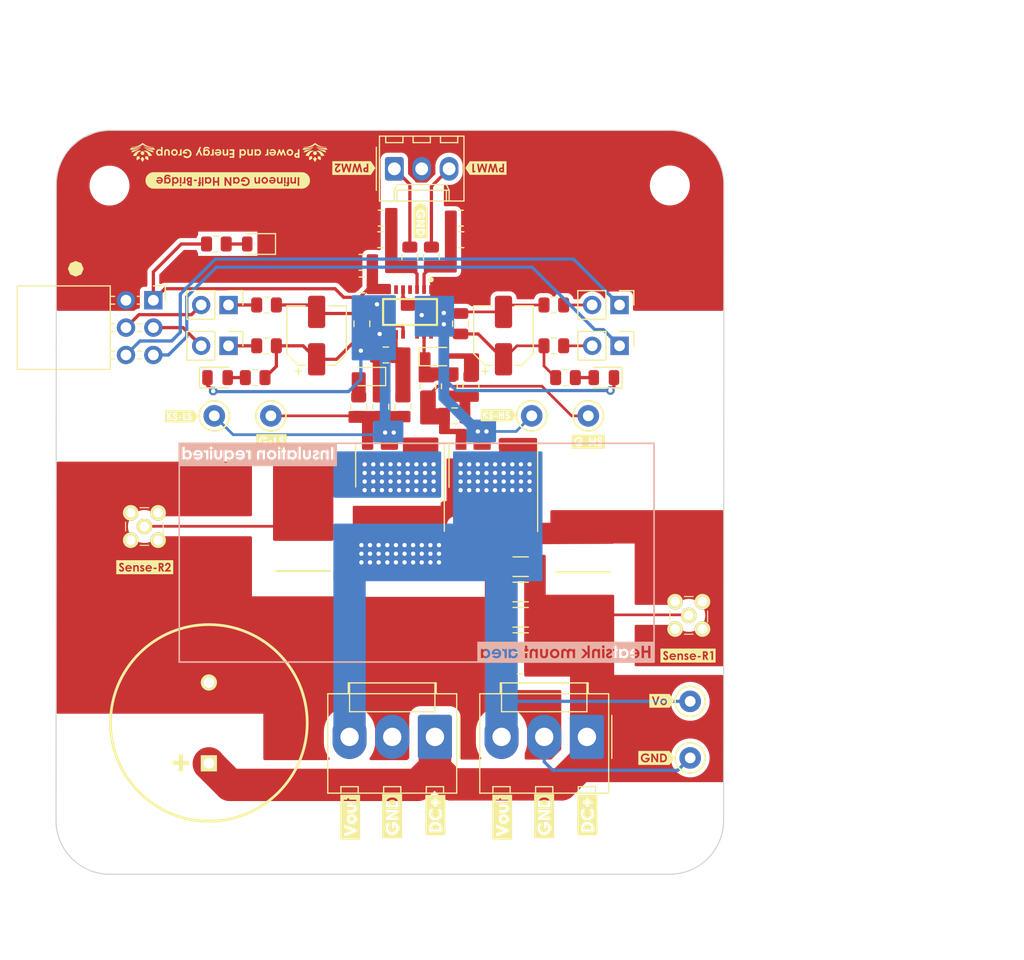
<source format=kicad_pcb>
(kicad_pcb (version 20221018) (generator pcbnew)
  (title_block (comment 4 "AISLER Project ID: ZPYPMIGU"))
  (layers (0 "F.Cu" mixed) (31 "B.Cu" mixed) (34 "B.Paste" user) (35 "F.Paste" user) (36 "B.SilkS" user "B.Silkscreen") (37 "F.SilkS" user "F.Silkscreen") (38 "B.Mask" user) (39 "F.Mask" user) (44 "Edge.Cuts" user))
  (net 0 "")
  (net 1 "GND")
  (net 2 "+3.3V")
  (net 3 "VCCA")
  (net 4 "VCCB")
  (net 5 "GND1")
  (net 6 "LED1")
  (net 7 "Net-(C5-Pad1)")
  (net 8 "Net-(D2-K)")
  (net 9 "GND2")
  (net 10 "OUTA")
  (net 11 "GND3")
  (net 12 "Net-(Q1-G)")
  (net 13 "Net-(D1-A)")
  (net 14 "Net-(D2-A)")
  (net 15 "Net-(D5-A)")
  (net 16 "Net-(D6-A)")
  (net 17 "Net-(D7-A)")
  (net 18 "Net-(J8-Pin_2)")
  (net 19 "Net-(J7-Pin_1)")
  (net 20 "HVDC+")
  (net 21 "PWM1")
  (net 22 "PWM2")
  (net 23 "OUTB")
  (net 24 "gnd-1")
  (net 25 "LED2")
  (net 26 "gnd-2")
  (net 27 "Net-(J6-Pin_1)")
  (net 28 "Net-(J5-Pin_2)")
  (net 30 "Net-(J9-Pad2)")
  (net 31 "Net-(J10-Pad1)")
  (net 32 "Net-(J1-Pin_3)")
  (net 33 "Net-(J2-Pin_1)")
  (net 34 "Net-(J2-Pin_3)")
  (net 35 "Net-(Q2-G)")
  (footprint "LED_SMD:LED_0805_2012Metric" (layer "F.Cu") (at 124.525 58.31 180)
    (fp_text reference "D5" hide)
    (fp_text value "LED")
  )
  (footprint "Connector_Molex:Molex_KK-254_AE-6410-03A_1x03_P2.54mm_Vertical" (layer "F.Cu") (at 137.235 51.33)
    (fp_text reference "J2" hide)
    (fp_text value "PWM")
  )
  (footprint "MountingHole:MountingHole_3.2mm_M3" (layer "F.Cu") (at 162.794466 52.874466)
    (fp_text reference "H3" hide)
    (fp_text value "MountingHole")
  )
  (footprint "kibuzzard-63FF1A06" (layer "F.Cu") (at 133.48 51.26 180)
    (fp_text reference "kibuzzard-63FF1A06" hide)
    (fp_text value "G***" hide)
  )
  (footprint "kibuzzard-640A1BC5" (layer "F.Cu") (at 117.48 74.31)
    (fp_text reference "kibuzzard-640A1BC5" hide)
    (fp_text value "G***" hide)
  )
  (footprint "Resistor_SMD:R_0805_2012Metric" (layer "F.Cu") (at 143.405 55.91)
    (fp_text reference "R16" hide)
    (fp_text value "10k")
  )
  (footprint "Connector_PinHeader_2.54mm:PinHeader_1x02_P2.54mm_Vertical" (layer "F.Cu") (at 121.855 67.76 -90)
    (fp_text reference "J6" hide)
    (fp_text value "5V")
  )
  (footprint "EKXL451ELL101MM30S:CAPPRD750W80D1825H3200" (layer "F.Cu") (at 120.03 106.51 90)
    (fp_text reference "C10" hide)
    (fp_text value "100uF/450V" hide)
  )
  (footprint "Resistor_SMD:R_0805_2012Metric" (layer "F.Cu") (at 124.325 70.71)
    (fp_text reference "R12" hide)
    (fp_text value "4.7k")
  )
  (footprint "Capacitor_SMD:CP_Elec_5x5.3" (layer "F.Cu") (at 130.025 66.81 90)
    (fp_text reference "C16" hide)
    (fp_text value "10uF/35V")
  )
  (footprint "2EDF7275K:TFLGA65P500X500X106-14_13N-V" (layer "F.Cu") (at 138.6925 64.62 -90)
    (fp_text reference "IC1" hide)
    (fp_text value "2EDF7275KXUMA1")
  )
  (footprint "kibuzzard-63FF19FC" (layer "F.Cu") (at 145.73 51.26 180)
    (fp_text reference "kibuzzard-63FF19FC" hide)
    (fp_text value "G***" hide)
  )
  (footprint "Resistor_SMD:R_0805_2012Metric" (layer "F.Cu") (at 148.88 97.46 180)
    (fp_text reference "R8" hide)
    (fp_text value "500k")
  )
  (footprint "Capacitor_SMD:C_0805_2012Metric" (layer "F.Cu") (at 134.225 62.11)
    (fp_text reference "C1" hide)
    (fp_text value "100nF")
  )
  (footprint "Capacitor_SMD:C_1206_3216Metric" (layer "F.Cu") (at 148.955 88.26 180)
    (fp_text reference "C9" hide)
    (fp_text value "100nF/450V")
  )
  (footprint "TestPoint:TestPoint_Keystone_5000-5004_Miniature" (layer "F.Cu") (at 149.98 74.26)
    (fp_text reference "TP5" hide)
    (fp_text value "TestPoint_Alt")
  )
  (footprint "kibuzzard-640A15B0" (layer "F.Cu") (at 151.13 111.41 90)
    (fp_text reference "kibuzzard-640A15B0" hide)
    (fp_text value "G***" hide)
  )
  (footprint "MMCX-J-P-H-ST-TH1:MMCXJPHSTTH1" (layer "F.Cu") (at 163.28 91.51)
    (fp_text reference "J9" hide)
    (fp_text value "MMCX-J-P-H-ST-TH1" hide)
  )
  (footprint "Resistor_SMD:R_0805_2012Metric" (layer "F.Cu") (at 125.38 63.97)
    (fp_text reference "FB2" hide)
    (fp_text value "fb")
  )
  (footprint "Resistor_SMD:R_0805_2012Metric" (layer "F.Cu") (at 138.675 59.51 -90)
    (fp_text reference "R13" hide)
    (fp_text value "100")
  )
  (footprint "Resistor_SMD:R_0805_2012Metric" (layer "F.Cu") (at 138.03 73.41 -90)
    (fp_text reference "R1" hide)
    (fp_text value "470")
  )
  (footprint "logo:IITDh logo" (layer "F.Cu") (at 129.88 49.806137 180)
    (fp_text reference "G***" hide)
    (fp_text value "LOGO" hide)
  )
  (footprint "Resistor_SMD:R_0805_2012Metric" (layer "F.Cu") (at 140.3425 71.51 -90)
    (fp_text reference "R3" hide)
    (fp_text value "470")
  )
  (footprint "Capacitor_SMD:C_1206_3216Metric" (layer "F.Cu") (at 148.955 90.61 180)
    (fp_text reference "C8" hide)
    (fp_text value "100nF/450V")
  )
  (footprint "LED_SMD:LED_0805_2012Metric" (layer "F.Cu") (at 156.6725 70.71 180)
    (fp_text reference "D6" hide)
    (fp_text value "LED")
  )
  (footprint "TestPoint:TestPoint_Keystone_5000-5004_Miniature" (layer "F.Cu") (at 164.68 100.76)
    (fp_text reference "TP4" hide)
    (fp_text value "TestPoint_Alt")
  )
  (footprint "Resistor_SMD:R_0805_2012Metric" (layer "F.Cu") (at 120.725 58.31 180)
    (fp_text reference "R10" hide)
    (fp_text value "4.7k")
  )
  (footprint "Package_SON:Infineon_PG-LSON-8-1" (layer "F.Cu") (at 146.42 80.89 90)
    (fp_text reference "Q1" hide)
    (fp_text value "IGLD60R190D1")
  )
  (footprint "Resistor_SMD:R_0805_2012Metric" (layer "F.Cu") (at 142.3425 71.51 -90)
    (fp_text reference "R2" hide)
    (fp_text value "10")
  )
  (footprint "kibuzzard-640A1BB7" (layer "F.Cu") (at 146.88 74.21)
    (fp_text reference "kibuzzard-640A1BB7" hide)
    (fp_text value "G***" hide)
  )
  (footprint "Connector_PinHeader_2.54mm:PinHeader_1x02_P2.54mm_Vertical" (layer "F.Cu") (at 121.855 63.97 -90)
    (fp_text reference "J7" hide)
    (fp_text value "GND")
  )
  (footprint "Resistor_SMD:R_0805_2012Metric" (layer "F.Cu") (at 144.3425 71.51 -90)
    (fp_text reference "R5" hide)
    (fp_text value "5.1")
  )
  (footprint "Capacitor_SMD:C_0805_2012Metric" (layer "F.Cu") (at 143.425 57.91 180)
    (fp_text reference "C14" hide)
    (fp_text value "0.1n")
  )
  (footprint "Resistor_SMD:R_0805_2012Metric" (layer "F.Cu") (at 152.03 63.97)
    (fp_text reference "FB1" hide)
    (fp_text value "fb")
  )
  (footprint "Resistor_SMD:R_0805_2012Metric" (layer "F.Cu") (at 152.03 67.76)
    (fp_text reference "FB4" hide)
    (fp_text value "fb")
  )
  (footprint "Resistor_SMD:R_0805_2012Metric" (layer "F.Cu") (at 135.98 73.41 -90)
    (fp_text reference "R4" hide)
    (fp_text value "10")
  )
  (footprint "Resistor_SMD:R_0805_2012Metric" (layer "F.Cu") (at 153.1125 70.71 180)
    (fp_text reference "R11" hide)
    (fp_text value "4.7k")
  )
  (footprint "kibuzzard-640A15B9" (layer "F.Cu") (at 137.03 111.41 90)
    (fp_text reference "kibuzzard-640A15B9" hide)
    (fp_text value "G***" hide)
  )
  (footprint "Capacitor_SMD:C_0805_2012Metric" (layer "F.Cu") (at 135.955 57.91)
    (fp_text reference "C13" hide)
    (fp_text value "0.1n")
  )
  (footprint "kibuzzard-63FF1A39" (layer "F.Cu") (at 114.08 88.31)
    (fp_text reference "kibuzzard-63FF1A39" hide)
    (fp_text value "G***" hide)
  )
  (footprint "kibuzzard-63EDDA14" (layer "F.Cu") (at 107.68 60.61)
    (fp_text reference "kibuzzard-63EDDA14" hide)
    (fp_text value "G***" hide)
  )
  (footprint "Connector_PinSocket_2.54mm:PinSocket_2x03_P2.54mm_Horizontal" (layer "F.Cu") (at 114.88 63.53)
    (fp_text reference "J4" hide)
    (fp_text value "Conn_02x03_Odd_Even")
  )
  (footprint "Connector_PinHeader_2.54mm:PinHeader_1x02_P2.54mm_Vertical" (layer "F.Cu") (at 158.13 67.76 -90)
    (fp_text reference "J5" hide)
    (fp_text value "5V")
  )
  (footprint "Capacitor_SMD:C_0805_2012Metric" (layer "F.Cu") (at 142.83 74.26 180)
    (fp_text reference "C5" hide)
    (fp_text value "2.2nF")
  )
  (footprint "kibuzzard-640A15A1" (layer "F.Cu") (at 161.53 106.01)
    (fp_text reference "kibuzzard-640A15A1" hide)
    (fp_text value "G***" hide)
  )
  (footprint "kibuzzard-63EE9044" (layer "F.Cu") (at 155.14 111.315 90)
    (fp_text reference "kibuzzard-63EE9044" hide)
    (fp_text value "G***" hide)
  )
  (footprint "kibuzzard-63EE9044" (layer "F.Cu") (at 141.04 111.315 90)
    (fp_text reference "kibuzzard-63EE9044" hide)
    (fp_text value "G***" hide)
  )
  (footprint "footprint:RESC10052X50N" (layer "F.Cu") (at 128.78 88.66 -90)
    (fp_text reference "R9" hide)
    (fp_text value "WSLP3921L1000FEA" hide)
  )
  (footprint "MountingHole:MountingHole_3.2mm_M3" (layer "F.Cu") (at 110.808932 52.888932)
    (fp_text reference "H4" hide)
    (fp_text value "MountingHole")
  )
  (footprint "Package_SON:Infineon_PG-LSON-8-1" (layer "F.Cu") (at 137.76 80.86 90)
    (fp_text reference "Q2" hide)
    (fp_text value "IGLD60R190D1")
  )
  (footprint "Diode_SMD:D_SOD-323" (layer "F.Cu") (at 134.93 70.61 180)
    (fp_text reference "D2" hide)
    (fp_text value "BAT165")
  )
  (footprint "Capacitor_SMD:C_0805_2012Metric" (layer "F.Cu") (at 136.4425 68.61 180)
    (fp_text reference "C4" hide)
    (fp_text value "2.2nF")
  )
  (footprint "Connector_Molex:Molex_KK-396_A-41791-0003_1x03_P3.96mm_Vertical" (layer "F.Cu") (at 141 104.06 180)
    (fp_text reference "J3" hide)
    (fp_text value "HVDC")
  )
  (footprint "kibuzzard-63EDD5C6" (layer "F.Cu") (at 125.83 76.61)
    (fp_text reference "kibuzzard-63EDD5C6" hide)
    (fp_text value "G***" hide)
  )
  (footprint "Resistor_SMD:R_0805_2012Metric" (layer "F.Cu") (at 140.675 59.51 -90)
    (fp_text reference "R14" hide)
    (fp_text value "100")
  )
  (footprint "TestPoint:TestPoint_Keystone_5000-5004_Miniature" (layer "F.Cu") (at 125.78 74.26)
    (fp_text reference "TP2" hide)
    (fp_text value "TestPoint_Alt")
  )
  (footprint "MMCX-J-P-H-ST-TH1:MMCXJPHSTTH1" (layer "F.Cu") (at 112.78 83.26)
    (fp_text reference "J10" hide)
    (fp_text value "MMCX-J-P-H-ST-TH1" hide)
  )
  (footprint "LED_SMD:LED_0805_2012Metric" (layer "F.Cu") (at 120.8375 70.71)
    (fp_text reference "D7" hide)
    (fp_text value "LED")
  )
  (footprint "kibuzzard-63FF19DB" (layer "F.Cu") (at 139.675 56.11 -90)
    (fp_text reference "kibuzzard-63FF19DB" hide)
    (fp_text value "G***" hide)
  )
  (footprint "Resistor_SMD:R_0805_2012Metric" (layer "F.Cu") (at 135.975 55.91 180)
    (fp_text reference "R15" hide)
    (fp_text value "10k")
  )
  (footprint "TestPoint:TestPoint_Keystone_5000-5004_Miniature" (layer "F.Cu") (at 155.23 74.26)
    (fp_text reference "TP1" hide)
    (fp_text value "TestPoint_Alt")
  )
  (footprint "kibuzzard-63EE9091" (layer "F.Cu") (at 133.14 111.515 90)
    (fp_text reference "kibuzzard-63EE9091" hide)
    (fp_text value "G***" hide)
  )
  (footprint "kibuzzard-63EDD5E0" (layer "F.Cu") (at 155.225 76.66)
    (fp_text reference "kibuzzard-63EDD5E0" hide)
    (fp_text value "G***" hide)
  )
  (footprint "Capacitor_SMD:C_1206_3216Metric" (layer "F.Cu") (at 148.955 95.31 180)
    (fp_text reference "C7" hide)
    (fp_text value "100nF/450V")
  )
  (footprint "kibuzzard-63EDD791" (layer "F.Cu") (at 164.48 96.51)
    (fp_text reference "kibuzzard-63EDD791" hide)
    (fp_text value "G***" hide)
  )
  (footprint "kibuzzard-63FF2B27" (layer "F.Cu") (at 117.43 106.46)
    (fp_text reference "kibuzzard-63FF2B27" hide)
    (fp_text value "G***" hide)
  )
  (footprint "footprint:RESC10052X50N" (layer "F.Cu") (at 154.78 88.77 -90)
    (fp_text reference "R7" hide)
    (fp_text value "WSLP3921L1000FEA" hide)
  )
  (footprint "kibuzzard-63EE9091" (layer "F.Cu") (at 147.24 111.515 90)
    (fp_text reference "kibuzzard-63EE9091" hide)
    (fp_text value "G***" hide)
  )
  (footprint "Diode_SMD:D_SOD-323" (layer "F.Cu") (at 141.0475 68.76)
    (fp_text reference "D1" hide)
    (fp_text value "BAT165")
  )
  (footprint "Connector_Molex:Molex_KK-396_A-41791-0003_1x03_P3.96mm_Vertical" (layer "F.Cu") (at 155.1 104.06 180)
    (fp_text reference "J1" hide)
    (fp_text value "HVDC")
  )
  (footprint "MountingHole:MountingHole_3.2mm_M3" (layer "F.Cu") (at 162.78 111.81)
    (fp_text reference "H1" hide)
    (fp_text value "MountingHole")
  )
  (footprint "Capacitor_SMD:C_0805_2012Metric" (layer "F.Cu") (at 134.225 65.71 -90)
    (fp_text reference "C3" hide)
    (fp_text value "1uF")
  )
  (footprint "kibuzzard-640AA4D3" (layer "F.Cu") (at 121.78 52.41 180)
    (fp_text reference "kibuzzard-640AA4D3" hide)
    (fp_text value "G***" hide)
  )
  (footprint "Capacitor_SMD:C_0805_2012Metric" (layer "F.Cu") (at 134.225 60.01)
    (fp_text reference "C11" hide)
    (fp_text value "100nF")
  )
  (footprint "kibuzzard-640AA404" (layer "F.Cu") (at 121.78 49.809999 180)
    (fp_text reference "kibuzzard-640AA404" hide)
    (fp_text value "G***" hide)
  )
  (footprint "Connector_PinHeader_2.54mm:PinHeader_1x02_P2.54mm_Vertical" (layer "F.Cu") (at 158.125 63.97 -90)
    (fp_text reference "J8" hide)
    (fp_text value "GND")
  )
  (footprint "logo:IITDh logo" (layer "F.Cu") (at 113.88 49.806137 180)
    (fp_text reference "G***" hide)
    (fp_text value "LOGO" hide)
  )
  (footprint "TestPoint:TestPoint_Keystone_5000-5004_Miniature" (layer "F.Cu") (at 164.68 106.01)
    (fp_text reference "TP6" hide)
    (fp_text value "TestPoint_Alt")
  )
  (footprint "Resistor_SMD:R_0805_2012Metric" (layer "F.Cu") (at 125.38 67.76 180)
    (fp_text reference "FB3" hide)
    (fp_text value "fb")
  )
  (footprint "Capacitor_SMD:C_0805_2012Metric" (layer "F.Cu") (at 143.375 65.71 -90)
    (fp_text reference "C2" hide)
    (fp_text value "1uF")
  )
  (footprint "TestPoint:TestPoint_Keystone_5000-5004_Miniature" (layer "F.Cu") (at 120.53 74.26)
    (fp_text reference "TP3" hide)
    (fp_text value "TestPoint_Alt")
  )
  (footprint "Capacitor_SMD:CP_Elec_5x5.3" (layer "F.Cu") (at 147.3625 66.81 90)
    (fp_text reference "C15" hide)
    (fp_text value "10uF/35V")
  )
  (footprint "MountingHole:MountingHole_3.2mm_M3" (layer "F.Cu") (at 110.88 111.81)
    (fp_text reference "H2" hide)
    (fp_text value "MountingHole")
  )
  (footprint "kibuzzard-640A14F1" (layer "F.Cu") (at 162.039726 100.71)
    (fp_text reference "kibuzzard-640A14F1" hide)
    (fp_text value "G***" hide)
  )
  (footprint "Capacitor_SMD:C_1206_3216Metric" (layer "F.Cu") (at 148.955 92.96 180)
    (fp_text reference "C6" hide)
    (fp_text value "100nF/450V")
  )
  (footprint "Resistor_SMD:R_0805_2012Metric" (layer "F.Cu") (at 133.93 73.41 -90)
    (fp_text reference "R6" hide)
    (fp_text value "5.1")
  )
  (footprint "kibuzzard-63FF27E9" (layer "B.Cu") (at 153.13 96.16 180)
    (fp_text reference "kibuzzard-63FF27E9" hide)
    (fp_text value "G***" hide)
  )
  (footprint "kibuzzard-63FF2952" (layer "B.Cu") (at 124.58 77.86 180)
    (fp_text reference "kibuzzard-63FF2952" hide)
    (fp_text value "G***" hide)
  )
  (gr_rect (start 117.28 76.81) (end 161.33 97.11) (stroke (width 0.15)) (fill none) (layer "B.SilkS"))
  (gr_line (start 167.78 111.81) (end 167.808932 52.774466) (stroke (width 0.1)) (layer "Edge.Cuts"))
  (gr_line (start 110.88 47.76) (end 162.794466 47.76) (stroke (width 0.1)) (layer "Edge.Cuts"))
  (gr_line (start 105.88 52.76) (end 105.851068 111.81) (stroke (width 0.1)) (layer "Edge.Cuts"))
  (gr_arc (start 110.851068 116.81) (mid 107.315524 115.345544) (end 105.851068 111.81) (stroke (width 0.1)) (layer "Edge.Cuts"))
  (gr_arc (start 105.88 52.76) (mid 107.344466 49.224466) (end 110.88 47.76) (stroke (width 0.1)) (layer "Edge.Cuts"))
  (gr_line (start 110.851068 116.81) (end 162.78 116.81) (stroke (width 0.1)) (layer "Edge.Cuts"))
  (gr_arc (start 167.78 111.81) (mid 166.315544 115.345544) (end 162.78 116.81) (stroke (width 0.1)) (layer "Edge.Cuts"))
  (gr_arc (start 162.794466 47.76) (mid 166.336031 49.232921) (end 167.808932 52.774466) (stroke (width 0.1)) (layer "Edge.Cuts"))
  (segment (start 138.0425 63.5725) (end 138.18 63.71) (width 0.3) (layer "F.Cu") (net 1))
  (segment (start 138.0425 62.545) (end 138.0425 63.5725) (width 0.3) (layer "F.Cu") (net 1))
  (segment (start 131.73 62.46) (end 115.95 62.46) (width 0.3) (layer "F.Cu") (net 2))
  (segment (start 132.53 63.26) (end 131.73 62.46) (width 0.3) (layer "F.Cu") (net 2))
  (segment (start 115.95 62.46) (end 114.88 63.53) (width 0.3) (layer "F.Cu") (net 2))
  (segment (start 114.88 63.53) (end 114.88 60.9) (width 0.3) (layer "F.Cu") (net 2))
  (segment (start 119.8125 58.31) (end 117.47 58.31) (width 0.3) (layer "F.Cu") (net 2))
  (segment (start 114.88 60.9) (end 117.47 58.31) (width 0.3) (layer "F.Cu") (net 2))
  (segment (start 135.175 62.11) (end 134.025 63.26) (width 0.3) (layer "F.Cu") (net 2))
  (segment (start 134.025 63.26) (end 132.53 63.26) (width 0.3) (layer "F.Cu") (net 2))
  (segment (start 156.63 66.26) (end 155.83 66.26) (width 0.3) (layer "B.Cu") (net 3))
  (segment (start 150.03 60.46) (end 120.73 60.46) (width 0.3) (layer "B.Cu") (net 3))
  (segment (start 155.83 66.26) (end 150.03 60.46) (width 0.3) (layer "B.Cu") (net 3))
  (segment (start 158.13 67.76) (end 156.63 66.26) (width 0.3) (layer "B.Cu") (net 3))
  (segment (start 120.73 60.46) (end 117.98 63.21) (width 0.3) (layer "B.Cu") (net 3))
  (segment (start 117.98 66.910001) (end 116.28 68.61) (width 0.3) (layer "B.Cu") (net 3))
  (segment (start 117.98 63.21) (end 117.98 66.910001) (width 0.3) (layer "B.Cu") (net 3))
  (segment (start 116.28 68.61) (end 114.88 68.61) (width 0.3) (layer "B.Cu") (net 3))
  (segment (start 117.625 66.07) (end 119.315 67.76) (width 0.3) (layer "F.Cu") (net 4))
  (segment (start 114.88 66.07) (end 117.625 66.07) (width 0.3) (layer "F.Cu") (net 4))
  (segment (start 113.64 67.31) (end 112.34 68.61) (width 0.3) (layer "B.Cu") (net 5))
  (segment (start 117.38 66.51) (end 116.58 67.31) (width 0.3) (layer "B.Cu") (net 5))
  (segment (start 116.58 67.31) (end 113.64 67.31) (width 0.3) (layer "B.Cu") (net 5))
  (segment (start 153.865 59.71) (end 120.63 59.71) (width 0.3) (layer "B.Cu") (net 5))
  (segment (start 117.38 62.96) (end 117.38 66.51) (width 0.3) (layer "B.Cu") (net 5))
  (segment (start 158.125 63.97) (end 153.865 59.71) (width 0.3) (layer "B.Cu") (net 5))
  (segment (start 120.63 59.71) (end 117.38 62.96) (width 0.3) (layer "B.Cu") (net 5))
  (segment (start 151.1175 67.76) (end 151.1175 69.6275) (width 0.25) (layer "F.Cu") (net 6))
  (segment (start 148.6125 67.76) (end 147.3625 69.01) (width 0.25) (layer "F.Cu") (net 6))
  (segment (start 145.0125 66.66) (end 147.3625 69.01) (width 0.3) (layer "F.Cu") (net 6))
  (segment (start 143.34 66.695) (end 140.6425 66.695) (width 0.3) (layer "F.Cu") (net 6))
  (segment (start 143.375 66.66) (end 145.0125 66.66) (width 0.3) (layer "F.Cu") (net 6))
  (segment (start 151.1175 67.76) (end 148.6125 67.76) (width 0.25) (layer "F.Cu") (net 6))
  (segment (start 143.375 66.66) (end 143.34 66.695) (width 0.3) (layer "F.Cu") (net 6))
  (segment (start 151.1175 69.6275) (end 152.2 70.71) (width 0.25) (layer "F.Cu") (net 6))
  (segment (start 118.415 64.87) (end 113.54 64.87) (width 0.3) (layer "F.Cu") (net 9))
  (segment (start 113.54 64.87) (end 112.34 66.07) (width 0.3) (layer "F.Cu") (net 9))
  (segment (start 119.315 63.97) (end 118.415 64.87) (width 0.3) (layer "F.Cu") (net 9))
  (segment (start 139.9925 68.755) (end 139.9975 68.76) (width 0.3) (layer "F.Cu") (net 10))
  (segment (start 139.9925 66.695) (end 139.9925 68.755) (width 0.3) (layer "F.Cu") (net 10))
  (segment (start 163.53 107.16) (end 164.68 106.01) (width 0.3) (layer "B.Cu") (net 11))
  (segment (start 151.93 107.16) (end 163.53 107.16) (width 0.3) (layer "B.Cu") (net 11))
  (segment (start 151.14 104.06) (end 151.14 106.37) (width 0.3) (layer "B.Cu") (net 11))
  (segment (start 151.14 106.37) (end 151.93 107.16) (width 0.3) (layer "B.Cu") (net 11))
  (segment (start 155.23 74.26) (end 153.68 74.26) (width 0.25) (layer "F.Cu") (net 12))
  (segment (start 153.68 74.26) (end 150.93 71.51) (width 0.25) (layer "F.Cu") (net 12))
  (segment (start 150.93 71.51) (end 141.255 71.51) (width 0.25) (layer "F.Cu") (net 12))
  (segment (start 141.255 71.51) (end 140.3425 72.4225) (width 0.25) (layer "F.Cu") (net 12))
  (segment (start 121.6375 58.31) (end 123.5875 58.31) (width 0.3) (layer "F.Cu") (net 15))
  (segment (start 154.025 70.71) (end 155.735 70.71) (width 0.3) (layer "F.Cu") (net 16))
  (segment (start 123.4125 70.71) (end 121.775 70.71) (width 0.3) (layer "F.Cu") (net 17))
  (segment (start 155.585 63.97) (end 152.9425 63.97) (width 0.25) (layer "F.Cu") (net 18))
  (segment (start 121.855 63.97) (end 124.4675 63.97) (width 0.3) (layer "F.Cu") (net 19))
  (segment (start 139.39 108.515) (end 141 106.905) (width 3) (layer "F.Cu") (net 20))
  (segment (start 155.1 106.105) (end 155.1 104.06) (width 3) (layer "F.Cu") (net 20))
  (segment (start 164.502 92.732) (end 154.968 92.732) (width 0.25) (layer "F.Cu") (net 20))
  (segment (start 164.55 92.78) (end 164.502 92.732) (width 0.25) (layer "F.Cu") (net 20))
  (segment (start 141 104.06) (end 141 106.975) (width 3) (layer "F.Cu") (net 20))
  (segment (start 152.74 108.465) (end 155.1 106.105) (width 3) (layer "F.Cu") (net 20))
  (segment (start 141 106.975) (end 142.49 108.465) (width 3) (layer "F.Cu") (net 20))
  (segment (start 121.985 108.515) (end 120.03 106.56) (width 3) (layer "F.Cu") (net 20))
  (segment (start 142.49 108.465) (end 152.74 108.465) (width 3) (layer "F.Cu") (net 20))
  (segment (start 120.03 106.56) (end 120.03 106.51) (width 3) (layer "F.Cu") (net 20))
  (segment (start 141 106.905) (end 141 104.06) (width 3) (layer "F.Cu") (net 20))
  (segment (start 121.985 108.515) (end 139.39 108.515) (width 3) (layer "F.Cu") (net 20))
  (segment (start 154.968 92.732) (end 154.78 92.92) (width 0.25) (layer "F.Cu") (net 20))
  (segment (start 139.9925 61.105) (end 140.675 60.4225) (width 0.3) (layer "F.Cu") (net 21))
  (segment (start 139.9925 62.545) (end 139.9925 61.105) (width 0.3) (layer "F.Cu") (net 21))
  (segment (start 139.3425 61.09) (end 138.675 60.4225) (width 0.3) (layer "F.Cu") (net 22))
  (segment (start 139.3425 62.545) (end 139.3425 61.09) (width 0.3) (layer "F.Cu") (net 22))
  (segment (start 137.3925 66.695) (end 137.3925 68.61) (width 0.3) (layer "F.Cu") (net 23))
  (segment (start 139.775 64.91) (end 139.3425 65.3425) (width 0.25) (layer "F.Cu") (net 24))
  (segment (start 141.875 64.76) (end 143.875 64.76) (width 0.25) (layer "F.Cu") (net 24))
  (segment (start 151.1175 63.97) (end 148.0025 63.97) (width 0.25) (layer "F.Cu") (net 24))
  (segment (start 144.025 64.61) (end 147.3625 64.61) (width 0.25) (layer "F.Cu") (net 24))
  (segment (start 141.825 64.71) (end 141.875 64.76) (width 0.25) (layer "F.Cu") (net 24))
  (segment (start 157.28 71.91) (end 157.61 71.58) (width 0.3) (layer "F.Cu") (net 24))
  (segment (start 139.3425 65.3425) (end 139.3425 66.695) (width 0.25) (layer "F.Cu") (net 24))
  (segment (start 157.61 71.58) (end 157.61 70.71) (width 0.3) (layer "F.Cu") (net 24))
  (segment (start 141.625 64.91) (end 139.775 64.91) (width 0.3) (layer "F.Cu") (net 24))
  (segment (start 148.0025 63.97) (end 147.3625 64.61) (width 0.25) (layer "F.Cu") (net 24))
  (segment (start 141.825 64.71) (end 141.825 65.76) (width 0.3) (layer "F.Cu") (net 24))
  (segment (start 141.825 64.71) (end 141.625 64.91) (width 0.3) (layer "F.Cu") (net 24))
  (segment (start 143.875 64.76) (end 144.025 64.61) (width 0.25) (layer "F.Cu") (net 24))
  (via (at 145.78 75.71) (size 0.8) (drill 0.4) (layers "F.Cu" "B.Cu") (net 24))
  (via (at 144.98 75.71) (size 0.8) (drill 0.4) (layers "F.Cu" "B.Cu") (net 24))
  (via (at 139.775 64.91) (size 0.8) (drill 0.4) (layers "F.Cu" "B.Cu") (net 24))
  (via (at 141.825 64.71) (size 0.8) (drill 0.4) (layers "F.Cu" "B.Cu") (net 24))
  (via (at 141.825 65.76) (size 0.8) (drill 0.4) (layers "F.Cu" "B.Cu") (net 24))
  (via (at 157.28 71.91) (size 0.8) (drill 0.4) (layers "F.Cu" "B.Cu") (net 24))
  (segment (start 141.825 65.76) (end 141.825 71.21) (width 1) (layer "B.Cu") (net 24))
  (segment (start 141.825 71.21) (end 141.825 72.555) (width 1) (layer "B.Cu") (net 24))
  (segment (start 148.53 75.71) (end 145.78 75.71) (width 0.25) (layer "B.Cu") (net 24))
  (segment (start 142.98 71.91) (end 142.28 71.21) (width 0.3) (layer "B.Cu") (net 24))
  (segment (start 141.825 72.555) (end 144.98 75.71) (width 1) (layer "B.Cu") (net 24))
  (segment (start 142.28 71.21) (end 141.825 71.21) (width 0.3) (layer "B.Cu") (net 24))
  (segment (start 149.98 74.26) (end 148.53 75.71) (width 0.25) (layer "B.Cu") (net 24))
  (segment (start 157.28 71.91) (end 142.98 71.91) (width 0.3) (layer "B.Cu") (net 24))
  (segment (start 126.2925 69.655) (end 125.2375 70.71) (width 0.3) (layer "F.Cu") (net 25))
  (segment (start 128.775 67.76) (end 130.025 69.01) (width 0.3) (layer "F.Cu") (net 25))
  (segment (start 138.0425 66.07) (end 138.0425 66.695) (width 0.3) (layer "F.Cu") (net 25))
  (segment (start 126.2925 67.76) (end 126.2925 69.655) (width 0.3) (layer "F.Cu") (net 25))
  (segment (start 130.025 69.01) (end 131.875 69.01) (width 0.3) (layer "F.Cu") (net 25))
  (segment (start 134.225 66.66) (end 134.975 65.91) (width 0.3) (layer "F.Cu") (net 25))
  (segment (start 134.975 65.91) (end 137.8825 65.91) (width 0.3) (layer "F.Cu") (net 25))
  (segment (start 137.8825 65.91) (end 138.0425 66.07) (width 0.3) (layer "F.Cu") (net 25))
  (segment (start 126.2925 67.76) (end 128.775 67.76) (width 0.3) (layer "F.Cu") (net 25))
  (segment (start 131.875 69.01) (end 134.225 66.66) (width 0.3) (layer "F.Cu") (net 25))
  (segment (start 129.385 63.97) (end 130.025 64.61) (width 0.3) (layer "F.Cu") (net 26))
  (segment (start 134.225 64.76) (end 130.175 64.76) (width 0.3) (layer "F.Cu") (net 26))
  (segment (start 135.798528 66.66) (end 135.875 66.66) (width 0.3) (layer "F.Cu") (net 26))
  (segment (start 134.225 64.76) (end 134.775 64.76) (width 0.3) (layer "F.Cu") (net 26))
  (segment (start 135.875 66.66) (end 135.91 66.695) (width 0.25) (layer "F.Cu") (net 26))
  (segment (start 134.13 68.21) (end 134.248528 68.21) (width 0.3) (layer "F.Cu") (net 26))
  (segment (start 119.9 71.43) (end 119.9 70.71) (width 0.3) (layer "F.Cu") (net 26))
  (segment (start 130.175 64.76) (end 130.025 64.61) (width 0.3) (layer "F.Cu") (net 26))
  (segment (start 126.2925 63.97) (end 129.385 63.97) (width 0.3) (layer "F.Cu") (net 26))
  (segment (start 134.775 64.76) (end 135.625 63.91) (width 0.3) (layer "F.Cu") (net 26))
  (segment (start 134.248528 68.21) (end 135.798528 66.66) (width 0.3) (layer "F.Cu") (net 26))
  (segment (start 135.91 66.695) (end 136.7425 66.695) (width 0.25) (layer "F.Cu") (net 26))
  (segment (start 120.43 71.96) (end 119.9 71.43) (width 0.3) (layer "F.Cu") (net 26))
  (via (at 135.625 63.91) (size 0.8) (drill 0.4) (layers "F.Cu" "B.Cu") (net 26))
  (via (at 136.38 75.81) (size 0.8) (drill 0.4) (layers "F.Cu" "B.Cu") (net 26))
  (via (at 134.13 68.21) (size 0.8) (drill 0.4) (layers "F.Cu" "B.Cu") (net 26))
  (via (at 120.43 71.96) (size 0.8) (drill 0.4) (layers "F.Cu" "B.Cu") (net 26))
  (via (at 135.875 66.66) (size 0.8) (drill 0.4) (layers "F.Cu" "B.Cu") (net 26))
  (via (at 137.18 75.81) (size 0.8) (drill 0.4) (layers "F.Cu" "B.Cu") (net 26))
  (segment (start 122.28 76.01) (end 120.53 74.26) (width 0.25) (layer "B.Cu") (net 26))
  (segment (start 136.38 75.81) (end 136.38 68.71) (width 1) (layer "B.Cu") (net 26))
  (segment (start 136.18 76.01) (end 136.38 75.81) (width 0.25) (layer "B.Cu") (net 26))
  (segment (start 120.43 71.96) (end 120.48 72.01) (width 0.3) (layer "B.Cu") (net 26))
  (segment (start 132.98 72.01) (end 134.13 70.86) (width 0.3) (layer "B.Cu") (net 26))
  (segment (start 120.48 72.01) (end 132.98 72.01) (width 0.3) (layer "B.Cu") (net 26))
  (segment (start 134.13 70.86) (end 134.13 68.21) (width 0.3) (layer "B.Cu") (net 26))
  (segment (start 136.18 76.01) (end 122.28 76.01) (width 0.25) (layer "B.Cu") (net 26))
  (segment (start 121.855 67.76) (end 124.4675 67.76) (width 0.3) (layer "F.Cu") (net 27))
  (segment (start 155.59 67.76) (end 152.9425 67.76) (width 0.25) (layer "F.Cu") (net 28))
  (segment (start 128.78 84.51) (end 114.07 84.51) (width 0.25) (layer "F.Cu") (net 31))
  (segment (start 137.55 79.96) (end 137.52 79.99) (width 0.25) (layer "F.Cu") (net 31))
  (segment (start 114.07 84.51) (end 114.05 84.53) (width 0.25) (layer "F.Cu") (net 31))
  (via (at 139.28 81.16) (size 0.8) (drill 0.4) (layers "F.Cu" "B.Cu") (net 31))
  (via (at 140.08 79.56) (size 0.8) (drill 0.4) (layers "F.Cu" "B.Cu") (net 31))
  (via (at 140.88 78.76) (size 0.8) (drill 0.4) (layers "F.Cu" "B.Cu") (net 31))
  (via (at 135.28 80.36) (size 0.8) (drill 0.4) (layers "F.Cu" "B.Cu") (net 31))
  (via (at 136.08 79.56) (size 0.8) (drill 0.4) (layers "F.Cu" "B.Cu") (net 31))
  (via (at 134.48 81.16) (size 0.8) (drill 0.4) (layers "F.Cu" "B.Cu") (net 31))
  (via (at 136.88 78.76) (size 0.8) (drill 0.4) (layers "F.Cu" "B.Cu") (net 31))
  (via (at 136.08 81.16) (size 0.8) (drill 0.4) (layers "F.Cu" "B.Cu") (net 31))
  (via (at 136.08 78.76) (size 0.8) (drill 0.4) (layers "F.Cu" "B.Cu") (net 31))
  (via (at 136.08 80.36) (size 0.8) (drill 0.4) (layers "F.Cu" "B.Cu") (net 31))
  (via (at 140.88 80.36) (size 0.8) (drill 0.4) (layers "F.Cu" "B.Cu") (net 31))
  (via (at 140.88 79.56) (size 0.8) (drill 0.4) (layers "F.Cu" "B.Cu") (net 31))
  (via (at 135.28 79.56) (size 0.8) (drill 0.4) (layers "F.Cu" "B.Cu") (net 31))
  (via (at 138.48 80.36) (size 0.8) (drill 0.4) (layers "F.Cu" "B.Cu") (net 31))
  (via (at 140.88 81.16) (size 0.8) (drill 0.4) (layers "F.Cu" "B.Cu") (net 31))
  (via (at 134.48 79.56) (size 0.8) (drill 0.4) (layers "F.Cu" "B.Cu") (net 31))
  (via (at 138.48 79.56) (size 0.8) (drill 0.4) (layers "F.Cu" "B.Cu") (net 31))
  (via (at 139.28 78.76) (size 0.8) (drill 0.4) (layers "F.Cu" "B.Cu") (net 31))
  (via (at 140.08 81.16) (size 0.8) (drill 0.4) (layers "F.Cu" "B.Cu") (net 31))
  (via (at 134.48 80.36) (size 0.8) (drill 0.4) (layers "F.Cu" "B.Cu") (net 31))
  (via (at 139.28 80.36) (size 0.8) (drill 0.4) (layers "F.Cu" "B.Cu") (net 31))
  (via (at 138.48 81.16) (size 0.8) (drill 0.4) (layers "F.Cu" "B.Cu") (net 31))
  (via (at 138.48 78.76) (size 0.8) (drill 0.4) (layers "F.Cu" "B.Cu") (net 31))
  (via (at 137.68 79.56) (size 0.8) (drill 0.4) (layers "F.Cu" "B.Cu") (net 31))
  (via (at 135.28 81.16) (size 0.8) (drill 0.4) (layers "F.Cu" "B.Cu") (net 31))
  (via (at 140.08 80.36) (size 0.8) (drill 0.4) (layers "F.Cu" "B.Cu") (net 31))
  (via (at 136.88 81.16) (size 0.8) (drill 0.4) (layers "F.Cu" "B.Cu") (net 31))
  (via (at 134.48 78.76) (size 0.8) (drill 0.4) (layers "F.Cu" "B.Cu") (net 31))
  (via (at 139.28 79.56) (size 0.8) (drill 0.4) (layers "F.Cu" "B.Cu") (net 31))
  (via (at 136.88 79.56) (size 0.8) (drill 0.4) (layers "F.Cu" "B.Cu") (net 31))
  (via (at 137.68 78.76) (size 0.8) (drill 0.4) (layers "F.Cu" "B.Cu") (net 31))
  (via (at 137.68 80.36) (size 0.8) (drill 0.4) (layers "F.Cu" "B.Cu") (net 31))
  (via (at 136.88 80.36) (size 0.8) (drill 0.4) (layers "F.Cu" "B.Cu") (net 31))
  (via (at 140.08 78.76) (size 0.8) (drill 0.4) (layers "F.Cu" "B.Cu") (net 31))
  (via (at 135.28 78.76) (size 0.8) (drill 0.4) (layers "F.Cu" "B.Cu") (net 31))
  (via (at 137.68 81.16) (size 0.8) (drill 0.4) (layers "F.Cu" "B.Cu") (net 31))
  (via (at 148.18 79.56) (size 0.8) (drill 0.4) (layers "F.Cu" "B.Cu") (net 32))
  (via (at 148.98 79.56) (size 0.8) (drill 0.4) (layers "F.Cu" "B.Cu") (net 32))
  (via (at 134.98 87.86) (size 0.8) (drill 0.4) (layers "F.Cu" "B.Cu") (net 32))
  (via (at 144.18 80.36) (size 0.8) (drill 0.4) (layers "F.Cu" "B.Cu") (net 32))
  (via (at 134.98 87.06) (size 0.8) (drill 0.4) (layers "F.Cu" "B.Cu") (net 32))
  (via (at 147.38 79.56) (size 0.8) (drill 0.4) (layers "F.Cu" "B.Cu") (net 32))
  (via (at 148.98 80.36) (size 0.8) (drill 0.4) (layers "F.Cu" "B.Cu") (net 32))
  (via (at 145.78 79.56) (size 0.8) (drill 0.4) (layers "F.Cu" "B.Cu") (net 32))
  (via (at 143.38 81.16) (size 0.8) (drill 0.4) (layers "F.Cu" "B.Cu") (net 32))
  (via (at 145.78 80.36) (size 0.8) (drill 0.4) (layers "F.Cu" "B.Cu") (net 32))
  (via (at 138.18 86.26) (size 0.8) (drill 0.4) (layers "F.Cu" "B.Cu") (net 32))
  (via (at 149.78 80.36) (size 0.8) (drill 0.4) (layers "F.Cu" "B.Cu") (net 32))
  (via (at 136.58 86.26) (size 0.8) (drill 0.4) (layers "F.Cu" "B.Cu") (net 32))
  (via (at 147.38 78.76) (size 0.8) (drill 0.4) (layers "F.Cu" "B.Cu") (net 32))
  (via (at 140.58 87.86) (size 0.8) (drill 0.4) (layers "F.Cu" "B.Cu") (net 32))
  (via (at 140.58 87.06) (size 0.8) (drill 0.4) (layers "F.Cu" "B.Cu") (net 32))
  (via (at 143.38 79.56) (size 0.8) (drill 0.4) (layers "F.Cu" "B.Cu") (net 32))
  (via (at 138.98 87.86) (size 0.8) (drill 0.4) (layers "F.Cu" "B.Cu") (net 32))
  (via (at 140.58 86.26) (size 0.8) (drill 0.4) (layers "F.Cu" "B.Cu") (net 32))
  (via (at 143.38 78.76) (size 0.8) (drill 0.4) (layers "F.Cu" "B.Cu") (net 32))
  (via (at 136.58 87.86) (size 0.8) (drill 0.4) (layers "F.Cu" "B.Cu") (net 32))
  (via (at 143.38 80.36) (size 0.8) (drill 0.4) (layers "F.Cu" "B.Cu") (net 32))
  (via (at 137.38 87.86) (size 0.8) (drill 0.4) (layers "F.Cu" "B.Cu") (net 32))
  (via (at 138.18 87.86) (size 0.8) (drill 0.4) (layers "F.Cu" "B.Cu") (net 32))
  (via (at 149.78 81.16) (size 0.8) (drill 0.4) (layers "F.Cu" "B.Cu") (net 32))
  (via (at 145.78 78.76) (size 0.8) (drill 0.4) (layers "F.Cu" "B.Cu") (net 32))
  (via (at 138.98 87.06) (size 0.8) (drill 0.4) (layers "F.Cu" "B.Cu") (net 32))
  (via (at 147.38 80.36) (size 0.8) (drill 0.4) (layers "F.Cu" "B.Cu") (net 32))
  (via (at 134.18 86.26) (size 0.8) (drill 0.4) (layers "F.Cu" "B.Cu") (net 32))
  (via (at 148.18 78.76) (size 0.8) (drill 0.4) (layers "F.Cu" "B.Cu") (net 32))
  (via (at 149.78 79.56) (size 0.8) (drill 0.4) (layers "F.Cu" "B.Cu") (net 32))
  (via (at 137.38 87.06) (size 0.8) (drill 0.4) (layers "F.Cu" "B.Cu") (net 32))
  (via (at 141.38 87.86) (size 0.8) (drill 0.4) (layers "F.Cu" "B.Cu") (net 32))
  (via (at 139.78 87.06) (size 0.8) (drill 0.4) (layers "F.Cu" "B.Cu") (net 32))
  (via (at 148.18 81.16) (size 0.8) (drill 0.4) (layers "F.Cu" "B.Cu") (net 32))
  (via (at 147.38 81.16) (size 0.8) (drill 0.4) (layers "F.Cu" "B.Cu") (net 32))
  (via (at 139.78 87.86) (size 0.8) (drill 0.4) (layers "F.Cu" "B.Cu") (net 32))
  (via (at 135.78 86.26) (size 0.8) (drill 0.4) (layers "F.Cu" "B.Cu") (net 32))
  (via (at 146.58 79.56) (size 0.8) (drill 0.4) (layers "F.Cu" "B.Cu") (net 32))
  (via (at 135.78 87.86) (size 0.8) (drill 0.4) (layers "F.Cu" "B.Cu") (net 32))
  (via (at 146.58 80.36) (size 0.8) (drill 0.4) (layers "F.Cu" "B.Cu") (net 32))
  (via (at 144.98 80.36) (size 0.8) (drill 0.4) (layers "F.Cu" "B.Cu") (net 32))
  (via (at 144.98 81.16) (size 0.8) (drill 0.4) (layers "F.Cu" "B.Cu") (net 32))
  (via (at 141.38 86.26) (size 0.8) (drill 0.4) (layers "F.Cu" "B.Cu") (net 32))
  (via (at 138.98 86.26) (size 0.8) (drill 0.4) (layers "F.Cu" "B.Cu") (net 32))
  (via (at 144.18 79.56) (size 0.8) (drill 0.4) (layers "F.Cu" "B.Cu") (net 32))
  (via (at 134.18 87.06) (size 0.8) (drill 0.4) (layers "F.Cu" "B.Cu") (net 32))
  (via (at 146.58 81.16) (size 0.8) (drill 0.4) (layers "F.Cu" "B.Cu") (net 32))
  (via (at 146.58 78.76) (size 0.8) (drill 0.4) (layers "F.Cu" "B.Cu") (net 32))
  (via (at 148.98 78.76) (size 0.8) (drill 0.4) (layers "F.Cu" "B.Cu") (net 32))
  (via (at 145.78 81.16) (size 0.8) (drill 0.4) (layers "F.Cu" "B.Cu") (net 32))
  (via (at 139.78 86.26) (size 0.8) (drill 0.4) (layers "F.Cu" "B.Cu") (net 32))
  (via (at 148.98 81.16) (size 0.8) (drill 0.4) (layers "F.Cu" "B.Cu") (net 32))
  (via (at 144.98 79.56) (size 0.8) (drill 0.4) (layers "F.Cu" "B.Cu") (net 32))
  (via (at 136.58 87.06) (size 0.8) (drill 0.4) (layers "F.Cu" "B.Cu") (net 32))
  (via (at 138.18 87.06) (size 0.8) (drill 0.4) (layers "F.Cu" "B.Cu") (net 32))
  (via (at 134.18 87.86) (size 0.8) (drill 0.4) (layers "F.Cu" "B.Cu") (net 32))
  (via (at 144.98 78.76) (size 0.8) (drill 0.4) (layers "F.Cu" "B.Cu") (net 32))
  (via (at 135.78 87.06) (size 0.8) (drill 0.4) (layers "F.Cu" "B.Cu") (net 32))
  (via (at 134.98 86.26) (size 0.8) (drill 0.4) (layers "F.Cu" "B.Cu") (net 32))
  (via (at 137.38 86.26) (size 0.8) (drill 0.4) (layers "F.Cu" "B.Cu") (net 32))
  (via (at 144.18 81.16) (size 0.8) (drill 0.4) (layers "F.Cu" "B.Cu") (net 32))
  (via (at 144.18 78.76) (size 0.8) (drill 0.4) (layers "F.Cu" "B.Cu") (net 32))
  (via (at 148.18 80.36) (size 0.8) (drill 0.4) (layers "F.Cu" "B.Cu") (net 32))
  (via (at 149.78 78.76) (size 0.8) (drill 0.4) (layers "F.Cu" "B.Cu") (net 32))
  (via (at 141.38 87.06) (size 0.8) (drill 0.4) (layers "F.Cu" "B.Cu") (net 32))
  (segment (start 133.08 104.06) (end 133.08 88.81) (width 3) (layer "B.Cu") (net 32))
  (segment (start 164.68 100.76) (end 147.18 100.76) (width 0.3) (layer "B.Cu") (net 32))
  (segment (start 147.18 104.06) (end 147.18 100.76) (width 3) (layer "B.Cu") (net 32))
  (segment (start 147.18 100.76) (end 147.18 89.21) (width 3) (layer "B.Cu") (net 32))
  (segment (start 138.675 52.77) (end 138.675 58.5975) (width 0.3) (layer "F.Cu") (net 33))
  (segment (start 137.235 51.33) (end 138.675 52.77) (width 0.3) (layer "F.Cu") (net 33))
  (segment (start 140.675 52.97) (end 140.675 58.5975) (width 0.3) (layer "F.Cu") (net 34))
  (segment (start 142.315 51.33) (end 140.675 52.97) (width 0.3) (layer "F.Cu") (net 34))
  (segment (start 133.8675 74.26) (end 125.78 74.26) (width 0.25) (layer "F.Cu") (net 35))
  (segment (start 133.93 74.3225) (end 133.8675 74.26) (width 0.25) (layer "F.Cu") (net 35))
  (zone (net 32) (net_name "Net-(J1-Pin_3)") (layer "F.Cu") (name "J1-P3") (priority 1) (connect_pads yes (clearance 0.8)) (min_thickness 0.254) (fill yes (thermal_gap 0.508) (thermal_bridge_width 0.508))
    (polygon (pts (xy 142.08 78.21) (xy 145.58 78.21) (xy 145.58 76.31) (xy 150.48 76.31) (xy 150.48 83.51) (xy 142.78 83.51) (xy 142.78 85.63) (xy 133.38 85.63) (xy 133.38 82.61) (xy 141.53 82.61) (xy 141.53 82.16) (xy 142.08 82.16)))
  )
  (zone (net 22) (net_name "PWM2") (layer "F.Cu") (name "PWM2") (priority 1) (connect_pads yes (clearance 0.4)) (min_thickness 0.254) (fill yes (thermal_gap 0.508) (thermal_bridge_width 0.508))
    (polygon (pts (xy 137.525 59.86) (xy 139.375 59.86) (xy 139.375 61.01) (xy 136.375 61.01) (xy 136.375 54.96) (xy 137.525 54.96)))
  )
  (zone (net 12) (net_name "Net-(Q1-G)") (layer "F.Cu") (name "1") (priority 2) (connect_pads yes (clearance 0.4)) (min_thickness 0.254) (fill yes (thermal_gap 0.508) (thermal_bridge_width 0.508) (smoothing chamfer) (radius 0.1))
    (polygon (pts (xy 141.08 73.56) (xy 142.38 73.56) (xy 142.38 75.06) (xy 139.63 75.06) (xy 139.63 71.91) (xy 141.08 71.91)))
  )
  (zone (net 8) (net_name "Net-(D2-K)") (layer "F.Cu") (name "1") (priority 2) (connect_pads yes (clearance 0.4)) (min_thickness 0.254) (fill yes (thermal_gap 0.508) (thermal_bridge_width 0.508))
    (polygon (pts (xy 136.03 69.31) (xy 134.98 69.31) (xy 134.98 67.91) (xy 136.03 67.91)))
  )
  (zone (net 23) (net_name "OUTB") (layer "F.Cu") (name "1") (priority 2) (connect_pads yes (clearance 0.4)) (min_thickness 0.254) (fill yes (thermal_gap 0.508) (thermal_bridge_width 0.508) (smoothing chamfer) (radius 0.1))
    (polygon (pts (xy 138.73 73.01) (xy 137.33 73.01) (xy 137.33 67.91) (xy 138.73 67.91)))
  )
  (zone (net 30) (net_name "Net-(J9-Pad2)") (layer "F.Cu") (connect_pads yes (clearance 0.8)) (min_thickness 0.254) (fill yes (thermal_gap 0.508) (thermal_bridge_width 0.508))
    (polygon (pts (xy 167.78 97.81) (xy 159.53 97.81) (xy 159.53 86.11) (xy 151.78 86.11) (xy 151.78 83.01) (xy 167.78 83.01)))
  )
  (zone (net 8) (net_name "Net-(D2-K)") (layer "F.Cu") (name "1") (priority 2) (connect_pads yes (clearance 0.4)) (min_thickness 0.254) (fill yes (thermal_gap 0.508) (thermal_bridge_width 0.508) (smoothing chamfer) (radius 0.1))
    (polygon (pts (xy 136.48 73.01) (xy 135.23 73.01) (xy 135.23 67.91) (xy 136.48 67.91)))
  )
  (zone (net 24) (net_name "gnd-1") (layer "F.Cu") (name "1") (priority 2) (connect_pads yes (clearance 0.4)) (min_thickness 0.254) (fill yes (thermal_gap 0.508) (thermal_bridge_width 0.508))
    (polygon (pts (xy 146.18 77.41) (xy 144.58 77.41) (xy 144.58 75.21) (xy 146.18 75.21)))
  )
  (zone (net 35) (net_name "Net-(Q2-G)") (layer "F.Cu") (name "1") (priority 2) (connect_pads yes (clearance 0.4)) (min_thickness 0.254) (fill yes (thermal_gap 0.508) (thermal_bridge_width 0.508))
    (polygon (pts (xy 138.73 74.86) (xy 134.63 74.86) (xy 134.63 74.91) (xy 132.98 74.91) (xy 132.98 73.81) (xy 138.73 73.81)))
  )
  (zone (net 31) (net_name "Net-(J10-Pad1)") (layer "F.Cu") (name "1") (connect_pads yes (clearance 0.8)) (min_thickness 0.254) (fill yes (thermal_gap 0.508) (thermal_bridge_width 0.508) (smoothing chamfer) (radius 0.1))
    (polygon (pts (xy 141.38 81.66) (xy 131.58 81.66) (xy 131.58 85.86) (xy 125.98 85.86) (xy 125.98 78.46) (xy 141.38 78.46)))
  )
  (zone (net 2) (net_name "+3.3V") (layer "F.Cu") (name "3.3") (priority 1) (connect_pads yes (clearance 0.3)) (min_thickness 0.254) (fill yes (thermal_gap 0.508) (thermal_bridge_width 0.508))
    (polygon (pts (xy 135.725 62.01) (xy 137.025 62.01) (xy 137.025 62.96) (xy 134.675 62.96) (xy 134.675 59.26) (xy 135.725 59.26)))
  )
  (zone (net 32) (net_name "Net-(J1-Pin_3)") (layer "F.Cu") (name "1") (connect_pads yes (clearance 0.4)) (min_thickness 0.254) (fill yes (thermal_gap 0.508) (thermal_bridge_width 0.508))
    (polygon (pts (xy 141.98 88.46) (xy 133.38 88.46) (xy 133.38 82.66) (xy 141.98 82.66)))
  )
  (zone (net 7) (net_name "Net-(C5-Pad1)") (layer "F.Cu") (name "1") (connect_pads yes (clearance 0.4)) (min_thickness 0.254) (fill yes (thermal_gap 0.508) (thermal_bridge_width 0.508) (smoothing chamfer) (radius 0.1))
    (polygon (pts (xy 145.08 72.96) (xy 144.28 72.96) (xy 144.28 74.96) (xy 143.28 74.96) (xy 143.28 72.96) (xy 141.63 72.96) (xy 141.63 71.91) (xy 145.08 71.91)))
  )
  (zone (net 26) (net_name "gnd-2") (layer "F.Cu") (name "1") (priority 2) (connect_pads yes (clearance 0.4)) (min_thickness 0.254) (fill yes (thermal_gap 0.508) (thermal_bridge_width 0.508) (smoothing chamfer) (radius 0.1))
    (polygon (pts (xy 137.58 77.41) (xy 135.98 77.41) (xy 135.98 75.41) (xy 137.58 75.41)))
  )
  (zone (net 12) (net_name "Net-(Q1-G)") (layer "F.Cu") (name "1") (priority 2) (connect_pads yes (clearance 0.4)) (min_thickness 0.254) (fill yes (thermal_gap 0.508) (thermal_bridge_width 0.508) (smoothing chamfer) (radius 0.1))
    (polygon (pts (xy 142.38 75.46) (xy 143.93 75.46) (xy 143.93 77.41) (xy 142.93 77.41) (xy 142.93 75.96) (xy 141.38 75.96) (xy 141.38 73.51) (xy 142.38 73.51)))
  )
  (zone (net 20) (net_name "HVDC+") (layer "F.Cu") (priority 2) (connect_pads yes (clearance 0.8)) (min_thickness 0.254) (fill yes (thermal_gap 0.508) (thermal_bridge_width 0.508))
    (polygon (pts (xy 157.63 108.26) (xy 153.53 108.26) (xy 153.53 98.46) (xy 149.28 98.46) (xy 149.28 90.86) (xy 157.63 90.86)))
  )
  (zone (net 11) (net_name "GND3") (layer "F.Cu") (name "gnd3") (priority 1) (connect_pads yes (clearance 0.8)) (min_thickness 0.254) (fill yes (thermal_gap 0.508) (thermal_bridge_width 0.508))
    (polygon (pts (xy 148.48 99.71) (xy 152.93 99.71) (xy 152.93 107.61) (xy 149.33 107.61) (xy 149.33 102.96) (xy 145.63 102.96) (xy 145.63 87.11) (xy 148.48 87.11)))
  )
  (zone (net 13) (net_name "Net-(D1-A)") (layer "F.Cu") (name "1") (priority 2) (connect_pads yes (clearance 0.4)) (min_thickness 0.254) (fill yes (thermal_gap 0.508) (thermal_bridge_width 0.508))
    (polygon (pts (xy 145.0925 71.06) (xy 143.6925 71.06) (xy 143.6925 68.96) (xy 141.7925 68.96) (xy 141.7925 68.46) (xy 145.0925 68.46)))
  )
  (zone (net 11) (net_name "GND3") (layer "F.Cu") (name "1") (connect_pads yes (clearance 0.8)) (min_thickness 0.254) (fill yes (thermal_gap 0.508) (thermal_bridge_width 0.508))
    (polygon (pts (xy 147.38 106.36) (xy 125.08 106.36) (xy 125.08 91.06) (xy 147.38 91.06)))
  )
  (zone (net 30) (net_name "Net-(J9-Pad2)") (layer "F.Cu") (name "q1-p1") (connect_pads yes (clearance 0.8)) (min_thickness 0.254) (fill yes (thermal_gap 0.508) (thermal_bridge_width 0.508))
    (polygon (pts (xy 157.55 86.14) (xy 151.809143 86.165396) (xy 151.82306 86.175332) (xy 142.924634 86.088176) (xy 142.931287 84.213097) (xy 151.71057 84.174857) (xy 151.71 83.02) (xy 157.55 83.02)))
  )
  (zone (net 11) (net_name "GND3") (layer "F.Cu") (connect_pads yes (clearance 0.8)) (min_thickness 0.254) (fill yes (thermal_gap 0.508) (thermal_bridge_width 0.508) (smoothing chamfer) (radius 0.1))
    (polygon (pts (xy 124.03 91.01) (xy 132.53 91.01) (xy 132.53 101.91) (xy 105.83 101.91) (xy 105.83 78.51) (xy 124.03 78.51)))
  )
  (zone (net 14) (net_name "Net-(D2-A)") (layer "F.Cu") (name "1") (priority 2) (connect_pads yes (clearance 0.4)) (min_thickness 0.254) (fill yes (thermal_gap 0.508) (thermal_bridge_width 0.508) (smoothing chamfer) (radius 0.1))
    (polygon (pts (xy 134.58 73.01) (xy 133.28 73.01) (xy 133.28 70.21) (xy 134.58 70.21)))
  )
  (zone (net 20) (net_name "HVDC+") (layer "F.Cu") (priority 2) (connect_pads yes (clearance 0.8)) (min_thickness 0.254) (fill yes (thermal_gap 0.508) (thermal_bridge_width 0.508))
    (polygon (pts (xy 157.58 108.26) (xy 167.78 108.26) (xy 167.78 98.31) (xy 157.58 98.31)))
  )
  (zone (net 31) (net_name "Net-(J10-Pad1)") (layer "F.Cu") (name "J10-P2") (connect_pads yes (clearance 0.4)) (min_thickness 0.254) (fill yes (thermal_gap 0.508) (thermal_bridge_width 0.508) (smoothing chamfer) (radius 0.1))
    (polygon (pts (xy 141.253711 81.646361) (xy 134.126417 81.709978) (xy 134.136156 77.81) (xy 138.03 77.81) (xy 138.03 76.269326) (xy 141.327292 76.267667)))
  )
  (zone (net 21) (net_name "PWM1") (layer "F.Cu") (name "pwm1") (priority 1) (connect_pads yes (clearance 0.4)) (min_thickness 0.254) (fill yes (thermal_gap 0.508) (thermal_bridge_width 0.508))
    (polygon (pts (xy 143.025 60.96) (xy 139.975 60.96) (xy 139.975 59.86) (xy 141.925 59.86) (xy 141.925 55.21) (xy 143.025 55.21)))
  )
  (zone (net 20) (net_name "HVDC+") (layer "F.Cu") (connect_pads yes (clearance 0.8)) (min_thickness 0.254) (fill yes (thermal_gap 0.508) (thermal_bridge_width 0.508))
    (polygon (pts (xy 151.28 90.96) (xy 149.28 90.96) (xy 149.28 87.16) (xy 151.28 87.16)))
  )
  (zone (net 10) (net_name "OUTA") (layer "F.Cu") (name "1") (priority 2) (connect_pads yes (clearance 0.4)) (min_thickness 0.254) (fill yes (thermal_gap 0.508) (thermal_bridge_width 0.508))
    (polygon (pts (xy 140.5925 69.76) (xy 143.1925 69.76) (xy 143.1925 71.16) (xy 139.4925 71.16) (xy 139.4925 68.36) (xy 140.5925 68.36)))
  )
  (zone (net 35) (net_name "Net-(Q2-G)") (layer "F.Cu") (name "q2 p8") (priority 2) (connect_pads yes (clearance 0.4)) (min_thickness 0.254) (fill yes (thermal_gap 0.508) (thermal_bridge_width 0.508) (smoothing chamfer) (radius 0.1))
    (polygon (pts (xy 135.28 77.41) (xy 134.23 77.41) (xy 134.23 73.86) (xy 135.28 73.86)))
  )
  (zone (net 23) (net_name "OUTB") (layer "F.Cu") (name "1") (priority 2) (connect_pads yes (clearance 0.4)) (min_thickness 0.254) (fill yes (thermal_gap 0.508) (thermal_bridge_width 0.508))
    (polygon (pts (xy 138.03 69.36) (xy 136.88 69.36) (xy 136.88 67.91) (xy 138.03 67.91)))
  )
  (zone (net 1) (net_name "GND") (layer "F.Cu") (name "GND") (connect_pads yes (clearance 0.4)) (min_thickness 0.254) (fill yes (thermal_gap 0.508) (thermal_bridge_width 0.508) (smoothing chamfer) (radius 0.1))
    (polygon (pts (xy 164.98 48.26) (xy 166.38 49.26) (xy 167.28 50.51) (xy 167.73 51.76) (xy 167.83 53.46) (xy 167.83 64.51) (xy 137.83 64.51) (xy 137.83 63.26) (xy 136.18 63.26) (xy 136.18 64.51) (xy 105.88 64.51) (xy 105.88 52.51) (xy 106.03 51.51) (xy 106.38 50.56) (xy 107.03 49.56) (xy 108.18 48.56) (xy 109.68 47.91) (xy 110.98 47.76) (xy 163.38 47.76)))
    (polygon (pts (xy 136.88 61.36) (xy 136.88 61.91) (xy 138.93 61.91) (xy 138.93 61.36)))
    (polygon (pts (xy 119.03 57.16) (xy 119.03 59.41) (xy 124.53 59.41) (xy 124.53 57.16)))
    (polygon (pts (xy 139.13 52.61) (xy 139.13 57.91) (xy 140.28 57.91) (xy 140.28 52.61)))
    (polygon (pts (xy 141.03 52.71) (xy 141.03 57.81) (xy 141.83 57.81) (xy 141.83 52.76) (xy 141.78 52.76) (xy 141.83 52.71)))
    (polygon (pts (xy 135.98 52.26) (xy 135.98 55.31) (xy 138.23 55.31) (xy 138.23 52.26)))
  )
  (zone (net 26) (net_name "gnd-2") (layer "B.Cu") (name "J1-P3") (priority 1) (connect_pads yes (clearance 0.4)) (min_thickness 0.254) (fill yes (thermal_gap 0.508) (thermal_bridge_width 0.508))
    (polygon (pts (xy 137.375 69.11) (xy 133.28 69.11) (xy 133.275 68.815) (xy 133.275 63.06) (xy 137.375 63.06)))
  )
  (zone (net 32) (net_name "Net-(J1-Pin_3)") (layer "B.Cu") (connect_pads yes (clearance 0.8)) (min_thickness 0.254) (fill yes (thermal_gap 0.508) (thermal_bridge_width 0.508))
    (polygon (pts (xy 131.58 89.61) (xy 131.58 84.26) (xy 150.98 84.26) (xy 150.98 89.61)))
  )
  (zone (net 24) (net_name "gnd-1") (layer "B.Cu") (name "J1-P3") (priority 2) (connect_pads yes (clearance 0.4)) (min_thickness 0.254) (fill yes (thermal_gap 0.508) (thermal_bridge_width 0.508))
    (polygon (pts (xy 146.675 76.71) (xy 143.98 76.71) (xy 143.925 76.71) (xy 143.925 74.81) (xy 143.98 74.61) (xy 146.675 74.61)))
  )
  (zone (net 31) (net_name "Net-(J10-Pad1)") (layer "B.Cu") (connect_pads yes (clearance 0.8)) (min_thickness 0.254) (fill yes (thermal_gap 0.508) (thermal_bridge_width 0.508))
    (polygon (pts (xy 141.58 81.86) (xy 131.58 81.86) (xy 131.58 77.56) (xy 141.58 77.56)))
  )
  (zone (net 32) (net_name "Net-(J1-Pin_3)") (layer "B.Cu") (priority 1) (connect_pads yes (clearance 0.8)) (min_thickness 0.254) (fill yes (thermal_gap 0.508) (thermal_bridge_width 0.508))
    (polygon (pts (xy 150.98 84.36) (xy 142.68 84.36) (xy 142.68 77.56) (xy 150.98 77.56)))
  )
  (zone (net 24) (net_name "gnd-1") (layer "B.Cu") (name "J1-P3") (priority 2) (connect_pads yes (clearance 0.4)) (min_thickness 0.254) (fill yes (thermal_gap 0.508) (thermal_bridge_width 0.508))
    (polygon (pts (xy 142.78 64.305) (xy 142.78 66.91) (xy 139.13 66.91) (xy 139.13 63.12) (xy 142.78 63.12)))
  )
  (zone (net 26) (net_name "gnd-2") (layer "B.Cu") (name "J1-P3") (priority 1) (connect_pads yes (clearance 0.4)) (min_thickness 0.254) (fill yes (thermal_gap 0.508) (thermal_bridge_width 0.508))
    (polygon (pts (xy 138.075 76.71) (xy 135.28 76.71) (xy 135.28 74.81) (xy 135.38 74.71) (xy 137.88 74.71) (xy 138.075 74.71)))
  )
)
</source>
